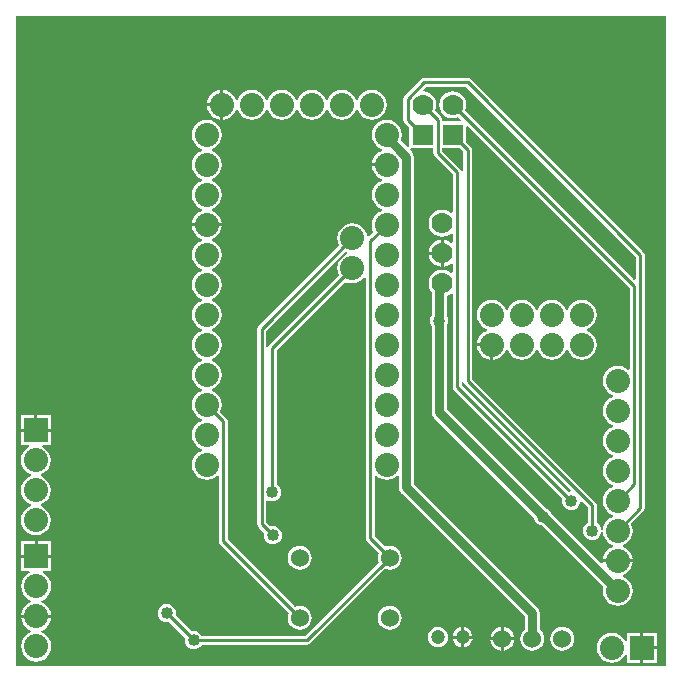
<source format=gbl>
G04 Layer_Physical_Order=2*
G04 Layer_Color=16711680*
%FSLAX25Y25*%
%MOIN*%
G70*
G01*
G75*
%ADD13C,0.03000*%
%ADD14C,0.01000*%
%ADD15C,0.07000*%
%ADD16R,0.07000X0.07000*%
%ADD17C,0.08000*%
%ADD18R,0.08000X0.08000*%
%ADD19R,0.08000X0.08000*%
%ADD20C,0.06000*%
%ADD21C,0.04724*%
%ADD22C,0.04000*%
G36*
X216535Y0D02*
X0D01*
Y216535D01*
X216535D01*
Y0D01*
D02*
G37*
%LPC*%
G36*
X118500Y192043D02*
X117195Y191871D01*
X115978Y191367D01*
X114934Y190566D01*
X114132Y189522D01*
X113771Y188648D01*
X113229D01*
X112867Y189522D01*
X112066Y190566D01*
X111022Y191367D01*
X109805Y191871D01*
X108500Y192043D01*
X107195Y191871D01*
X105978Y191367D01*
X104934Y190566D01*
X104132Y189522D01*
X103771Y188648D01*
X103229D01*
X102867Y189522D01*
X102066Y190566D01*
X101022Y191367D01*
X99805Y191871D01*
X98500Y192043D01*
X97195Y191871D01*
X95978Y191367D01*
X94934Y190566D01*
X94133Y189522D01*
X93771Y188648D01*
X93229D01*
X92867Y189522D01*
X92066Y190566D01*
X91022Y191367D01*
X89805Y191871D01*
X88500Y192043D01*
X87195Y191871D01*
X85978Y191367D01*
X84934Y190566D01*
X84132Y189522D01*
X83771Y188648D01*
X83229D01*
X82867Y189522D01*
X82066Y190566D01*
X81022Y191367D01*
X79805Y191871D01*
X78500Y192043D01*
X77195Y191871D01*
X75978Y191367D01*
X74934Y190566D01*
X74133Y189522D01*
X73771Y188648D01*
X73229D01*
X72868Y189522D01*
X72066Y190566D01*
X71022Y191367D01*
X69805Y191871D01*
X69000Y191977D01*
Y187000D01*
Y182023D01*
X69805Y182129D01*
X71022Y182633D01*
X72066Y183434D01*
X72868Y184478D01*
X73229Y185352D01*
X73771D01*
X74133Y184478D01*
X74934Y183434D01*
X75978Y182633D01*
X77195Y182129D01*
X78500Y181957D01*
X79805Y182129D01*
X81022Y182633D01*
X82066Y183434D01*
X82867Y184478D01*
X83229Y185352D01*
X83771D01*
X84132Y184478D01*
X84934Y183434D01*
X85978Y182633D01*
X87195Y182129D01*
X88500Y181957D01*
X89805Y182129D01*
X91022Y182633D01*
X92066Y183434D01*
X92867Y184478D01*
X93229Y185352D01*
X93771D01*
X94133Y184478D01*
X94934Y183434D01*
X95978Y182633D01*
X97195Y182129D01*
X98500Y181957D01*
X99805Y182129D01*
X101022Y182633D01*
X102066Y183434D01*
X102867Y184478D01*
X103229Y185352D01*
X103771D01*
X104132Y184478D01*
X104934Y183434D01*
X105978Y182633D01*
X107195Y182129D01*
X108500Y181957D01*
X109805Y182129D01*
X111022Y182633D01*
X112066Y183434D01*
X112867Y184478D01*
X113229Y185352D01*
X113771D01*
X114132Y184478D01*
X114934Y183434D01*
X115978Y182633D01*
X117195Y182129D01*
X118500Y181957D01*
X119805Y182129D01*
X121022Y182633D01*
X122066Y183434D01*
X122868Y184478D01*
X123371Y185695D01*
X123543Y187000D01*
X123371Y188305D01*
X122868Y189522D01*
X122066Y190566D01*
X121022Y191367D01*
X119805Y191871D01*
X118500Y192043D01*
D02*
G37*
G36*
X68000Y191977D02*
X67195Y191871D01*
X65978Y191367D01*
X64934Y190566D01*
X64132Y189522D01*
X63629Y188305D01*
X63523Y187500D01*
X68000D01*
Y191977D01*
D02*
G37*
G36*
Y186500D02*
X63523D01*
X63629Y185695D01*
X64132Y184478D01*
X64934Y183434D01*
X65978Y182633D01*
X67195Y182129D01*
X68000Y182023D01*
Y186500D01*
D02*
G37*
G36*
X150500Y196029D02*
X135929D01*
X135344Y195913D01*
X134847Y195581D01*
X129419Y190153D01*
X129087Y189656D01*
X128971Y189071D01*
Y182000D01*
X129087Y181415D01*
X129419Y180919D01*
X131000Y179337D01*
Y179077D01*
X130971Y178929D01*
X130971Y178929D01*
Y176000D01*
X131000Y175852D01*
Y173004D01*
X130500Y172797D01*
X128146Y175151D01*
X128371Y175695D01*
X128543Y177000D01*
X128371Y178305D01*
X127867Y179522D01*
X127066Y180566D01*
X126022Y181368D01*
X124805Y181871D01*
X123500Y182043D01*
X122195Y181871D01*
X120978Y181368D01*
X119934Y180566D01*
X119132Y179522D01*
X118629Y178305D01*
X118457Y177000D01*
X118629Y175695D01*
X119132Y174478D01*
X119934Y173434D01*
X120978Y172633D01*
X121852Y172271D01*
Y171729D01*
X120978Y171368D01*
X119934Y170566D01*
X119132Y169522D01*
X118629Y168305D01*
X118523Y167500D01*
X123500D01*
Y166500D01*
X118523D01*
X118629Y165695D01*
X119132Y164478D01*
X119934Y163434D01*
X120978Y162633D01*
X121852Y162271D01*
Y161729D01*
X120978Y161367D01*
X119934Y160566D01*
X119132Y159522D01*
X118629Y158305D01*
X118457Y157000D01*
X118629Y155695D01*
X119132Y154478D01*
X119934Y153434D01*
X120978Y152632D01*
X121852Y152271D01*
Y151729D01*
X120978Y151367D01*
X119934Y150566D01*
X119132Y149522D01*
X118629Y148305D01*
X118457Y147000D01*
X118629Y145695D01*
X119040Y144703D01*
X117419Y143082D01*
X116945Y143243D01*
X116871Y143805D01*
X116367Y145022D01*
X115566Y146066D01*
X114522Y146868D01*
X113305Y147371D01*
X112000Y147543D01*
X110695Y147371D01*
X109478Y146868D01*
X108434Y146066D01*
X107633Y145022D01*
X107129Y143805D01*
X106957Y142500D01*
X107129Y141195D01*
X107540Y140203D01*
X80757Y113420D01*
X80426Y112924D01*
X80309Y112339D01*
Y47161D01*
X80426Y46576D01*
X80757Y46080D01*
X82574Y44263D01*
X82474Y43500D01*
X82577Y42717D01*
X82880Y41987D01*
X83360Y41360D01*
X83987Y40879D01*
X84717Y40577D01*
X85500Y40474D01*
X86283Y40577D01*
X87013Y40879D01*
X87640Y41360D01*
X88121Y41987D01*
X88423Y42717D01*
X88526Y43500D01*
X88423Y44283D01*
X88121Y45013D01*
X87640Y45640D01*
X87013Y46121D01*
X86283Y46423D01*
X85500Y46526D01*
X84737Y46426D01*
X83368Y47795D01*
Y55004D01*
X83503Y55070D01*
X83868Y55200D01*
X84555Y54916D01*
X85339Y54813D01*
X86122Y54916D01*
X86852Y55218D01*
X87478Y55699D01*
X87959Y56326D01*
X88261Y57055D01*
X88364Y57839D01*
X88261Y58622D01*
X87959Y59351D01*
X87478Y59978D01*
X86868Y60447D01*
Y105205D01*
X109703Y128040D01*
X110695Y127629D01*
X112000Y127457D01*
X113305Y127629D01*
X114522Y128132D01*
X115566Y128934D01*
X115971Y129461D01*
X116471Y129291D01*
Y42500D01*
X116587Y41915D01*
X116919Y41419D01*
X120805Y37532D01*
X120603Y37044D01*
X120466Y36000D01*
X120603Y34956D01*
X120805Y34468D01*
X96367Y10029D01*
X61808D01*
X61340Y10640D01*
X60713Y11120D01*
X59983Y11423D01*
X59200Y11526D01*
X58437Y11426D01*
X53126Y16737D01*
X53226Y17500D01*
X53123Y18283D01*
X52820Y19013D01*
X52340Y19640D01*
X51713Y20121D01*
X50983Y20423D01*
X50200Y20526D01*
X49417Y20423D01*
X48687Y20121D01*
X48060Y19640D01*
X47580Y19013D01*
X47277Y18283D01*
X47174Y17500D01*
X47277Y16717D01*
X47580Y15987D01*
X48060Y15360D01*
X48687Y14879D01*
X49417Y14577D01*
X50200Y14474D01*
X50963Y14574D01*
X56275Y9263D01*
X56174Y8500D01*
X56277Y7717D01*
X56580Y6987D01*
X57060Y6360D01*
X57687Y5880D01*
X58417Y5577D01*
X59200Y5474D01*
X59983Y5577D01*
X60713Y5880D01*
X61340Y6360D01*
X61808Y6971D01*
X97000D01*
X97585Y7087D01*
X98081Y7419D01*
X122968Y32305D01*
X123456Y32103D01*
X124500Y31966D01*
X125544Y32103D01*
X126517Y32506D01*
X127353Y33147D01*
X127994Y33983D01*
X128397Y34956D01*
X128534Y36000D01*
X128397Y37044D01*
X127994Y38017D01*
X127353Y38853D01*
X126517Y39494D01*
X125544Y39897D01*
X124500Y40034D01*
X123456Y39897D01*
X122968Y39695D01*
X119529Y43134D01*
Y63211D01*
X120029Y63361D01*
X120978Y62633D01*
X122195Y62129D01*
X123500Y61957D01*
X124805Y62129D01*
X126022Y62633D01*
X126951Y63346D01*
X127451Y63177D01*
Y59500D01*
X127645Y58525D01*
X128198Y57698D01*
X169451Y16444D01*
Y12086D01*
X169147Y11853D01*
X168506Y11017D01*
X168103Y10044D01*
X167965Y9000D01*
X168103Y7956D01*
X168506Y6983D01*
X169147Y6147D01*
X169983Y5506D01*
X170956Y5103D01*
X172000Y4966D01*
X173044Y5103D01*
X174017Y5506D01*
X174853Y6147D01*
X175494Y6983D01*
X175897Y7956D01*
X176034Y9000D01*
X175897Y10044D01*
X175494Y11017D01*
X174853Y11853D01*
X174549Y12086D01*
Y17500D01*
X174355Y18475D01*
X173802Y19302D01*
X132549Y60556D01*
Y169692D01*
X132355Y170668D01*
X131802Y171495D01*
X131297Y172000D01*
X131504Y172500D01*
X138971D01*
Y171000D01*
X139087Y170415D01*
X139419Y169919D01*
X145471Y163866D01*
Y151139D01*
X144971Y150893D01*
X144269Y151431D01*
X143175Y151884D01*
X142000Y152039D01*
X140825Y151884D01*
X139731Y151431D01*
X138791Y150709D01*
X138069Y149769D01*
X137616Y148675D01*
X137461Y147500D01*
X137616Y146325D01*
X138069Y145231D01*
X138791Y144291D01*
X139731Y143569D01*
X140825Y143116D01*
X142000Y142961D01*
X143175Y143116D01*
X144269Y143569D01*
X144971Y144107D01*
X145471Y143861D01*
Y141139D01*
X144971Y140893D01*
X144269Y141431D01*
X143175Y141884D01*
X142500Y141973D01*
Y137500D01*
Y133027D01*
X143175Y133116D01*
X144269Y133569D01*
X144971Y134107D01*
X145471Y133861D01*
Y131139D01*
X144971Y130893D01*
X144269Y131431D01*
X143175Y131884D01*
X142000Y132039D01*
X140825Y131884D01*
X139731Y131431D01*
X138791Y130709D01*
X138069Y129769D01*
X137616Y128675D01*
X137461Y127500D01*
X137616Y126325D01*
X138069Y125231D01*
X138451Y124733D01*
Y116606D01*
X138380Y116513D01*
X138077Y115783D01*
X137974Y115000D01*
X138077Y114217D01*
X138380Y113487D01*
X138451Y113394D01*
Y84500D01*
X138645Y83525D01*
X139198Y82698D01*
X172524Y49371D01*
X172577Y48967D01*
X172880Y48237D01*
X173360Y47610D01*
X173987Y47129D01*
X174717Y46827D01*
X175121Y46774D01*
X195624Y26271D01*
X195457Y25000D01*
X195629Y23695D01*
X196133Y22478D01*
X196934Y21434D01*
X197978Y20632D01*
X199195Y20129D01*
X200500Y19957D01*
X201805Y20129D01*
X203022Y20632D01*
X204066Y21434D01*
X204868Y22478D01*
X205371Y23695D01*
X205543Y25000D01*
X205371Y26305D01*
X204868Y27522D01*
X204066Y28566D01*
X203022Y29368D01*
X202148Y29729D01*
Y30271D01*
X203022Y30632D01*
X204066Y31434D01*
X204868Y32478D01*
X205371Y33695D01*
X205477Y34500D01*
X200500D01*
X195523D01*
X195555Y34257D01*
X195081Y34024D01*
X178317Y50787D01*
X178121Y51263D01*
X177640Y51890D01*
X177013Y52371D01*
X176537Y52567D01*
X143549Y85556D01*
Y113394D01*
X143621Y113487D01*
X143923Y114217D01*
X144026Y115000D01*
X143923Y115783D01*
X143621Y116513D01*
X143549Y116606D01*
Y123271D01*
X144269Y123569D01*
X144971Y124107D01*
X145471Y123861D01*
Y93000D01*
X145587Y92415D01*
X145919Y91919D01*
X182074Y55763D01*
X181974Y55000D01*
X182077Y54217D01*
X182379Y53487D01*
X182860Y52860D01*
X183487Y52380D01*
X184217Y52077D01*
X185000Y51974D01*
X185783Y52077D01*
X186513Y52380D01*
X187140Y52860D01*
X187620Y53487D01*
X187923Y54217D01*
X187980Y54650D01*
X188508Y54829D01*
X190471Y52867D01*
Y47608D01*
X189860Y47140D01*
X189380Y46513D01*
X189077Y45783D01*
X188974Y45000D01*
X189077Y44217D01*
X189380Y43487D01*
X189860Y42860D01*
X190487Y42380D01*
X191217Y42077D01*
X192000Y41974D01*
X192783Y42077D01*
X193513Y42380D01*
X194140Y42860D01*
X194621Y43487D01*
X194923Y44217D01*
X194989Y44721D01*
X195493D01*
X195629Y43695D01*
X196133Y42478D01*
X196934Y41434D01*
X197978Y40633D01*
X198852Y40271D01*
Y39729D01*
X197978Y39367D01*
X196934Y38566D01*
X196133Y37522D01*
X195629Y36305D01*
X195523Y35500D01*
X200500D01*
X205477D01*
X205371Y36305D01*
X204868Y37522D01*
X204066Y38566D01*
X203022Y39367D01*
X202148Y39729D01*
Y40271D01*
X203022Y40633D01*
X204066Y41434D01*
X204868Y42478D01*
X205371Y43695D01*
X205543Y45000D01*
X205371Y46305D01*
X204960Y47297D01*
X209081Y51419D01*
X209413Y51915D01*
X209529Y52500D01*
Y137000D01*
X209413Y137585D01*
X209081Y138081D01*
X151581Y195581D01*
X151085Y195913D01*
X150500Y196029D01*
D02*
G37*
G36*
X63500Y182043D02*
X62195Y181871D01*
X60978Y181368D01*
X59934Y180566D01*
X59132Y179522D01*
X58629Y178305D01*
X58457Y177000D01*
X58629Y175695D01*
X59132Y174478D01*
X59934Y173434D01*
X60978Y172633D01*
X61852Y172271D01*
Y171729D01*
X60978Y171368D01*
X59934Y170566D01*
X59132Y169522D01*
X58629Y168305D01*
X58457Y167000D01*
X58629Y165695D01*
X59132Y164478D01*
X59934Y163434D01*
X60978Y162633D01*
X61852Y162271D01*
Y161729D01*
X60978Y161367D01*
X59934Y160566D01*
X59132Y159522D01*
X58629Y158305D01*
X58457Y157000D01*
X58629Y155695D01*
X59132Y154478D01*
X59934Y153434D01*
X60978Y152632D01*
X61852Y152271D01*
Y151729D01*
X60978Y151367D01*
X59934Y150566D01*
X59132Y149522D01*
X58629Y148305D01*
X58523Y147500D01*
X68477D01*
X68371Y148305D01*
X67867Y149522D01*
X67066Y150566D01*
X66022Y151367D01*
X65148Y151729D01*
Y152271D01*
X66022Y152632D01*
X67066Y153434D01*
X67867Y154478D01*
X68371Y155695D01*
X68543Y157000D01*
X68371Y158305D01*
X67867Y159522D01*
X67066Y160566D01*
X66022Y161367D01*
X65148Y161729D01*
Y162271D01*
X66022Y162633D01*
X67066Y163434D01*
X67867Y164478D01*
X68371Y165695D01*
X68543Y167000D01*
X68371Y168305D01*
X67867Y169522D01*
X67066Y170566D01*
X66022Y171368D01*
X65148Y171729D01*
Y172271D01*
X66022Y172633D01*
X67066Y173434D01*
X67867Y174478D01*
X68371Y175695D01*
X68543Y177000D01*
X68371Y178305D01*
X67867Y179522D01*
X67066Y180566D01*
X66022Y181368D01*
X64805Y181871D01*
X63500Y182043D01*
D02*
G37*
G36*
X141500Y141973D02*
X140825Y141884D01*
X139731Y141431D01*
X138791Y140709D01*
X138069Y139769D01*
X137616Y138675D01*
X137527Y138000D01*
X141500D01*
Y141973D01*
D02*
G37*
G36*
Y137000D02*
X137527D01*
X137616Y136325D01*
X138069Y135231D01*
X138791Y134291D01*
X139731Y133569D01*
X140825Y133116D01*
X141500Y133027D01*
Y137000D01*
D02*
G37*
G36*
X11500Y83500D02*
X7000D01*
Y79000D01*
X11500D01*
Y83500D01*
D02*
G37*
G36*
X6000D02*
X1500D01*
Y79000D01*
X6000D01*
Y83500D01*
D02*
G37*
G36*
X11500Y78000D02*
X1500D01*
Y73500D01*
X4199D01*
X4298Y73000D01*
X3978Y72868D01*
X2934Y72066D01*
X2132Y71022D01*
X1629Y69805D01*
X1457Y68500D01*
X1629Y67195D01*
X2132Y65978D01*
X2934Y64934D01*
X3978Y64132D01*
X4852Y63771D01*
Y63229D01*
X3979Y62867D01*
X2934Y62066D01*
X2132Y61022D01*
X1629Y59805D01*
X1457Y58500D01*
X1629Y57195D01*
X2132Y55978D01*
X2934Y54934D01*
X3979Y54132D01*
X4852Y53771D01*
Y53229D01*
X3979Y52868D01*
X2934Y52066D01*
X2133Y51022D01*
X1629Y49805D01*
X1457Y48500D01*
X1629Y47195D01*
X2133Y45978D01*
X2934Y44934D01*
X3979Y44133D01*
X5195Y43629D01*
X6500Y43457D01*
X7805Y43629D01*
X9022Y44133D01*
X10066Y44934D01*
X10868Y45978D01*
X11371Y47195D01*
X11543Y48500D01*
X11371Y49805D01*
X10868Y51022D01*
X10066Y52066D01*
X9022Y52868D01*
X8148Y53229D01*
Y53771D01*
X9022Y54132D01*
X10066Y54934D01*
X10868Y55978D01*
X11371Y57195D01*
X11543Y58500D01*
X11371Y59805D01*
X10868Y61022D01*
X10066Y62066D01*
X9022Y62867D01*
X8148Y63229D01*
Y63771D01*
X9022Y64132D01*
X10066Y64934D01*
X10868Y65978D01*
X11371Y67195D01*
X11543Y68500D01*
X11371Y69805D01*
X10868Y71022D01*
X10066Y72066D01*
X9022Y72868D01*
X8702Y73000D01*
X8801Y73500D01*
X11500D01*
Y78000D01*
D02*
G37*
G36*
X11650Y41450D02*
X7150D01*
Y36950D01*
X11650D01*
Y41450D01*
D02*
G37*
G36*
X6150D02*
X1650D01*
Y36950D01*
X6150D01*
Y41450D01*
D02*
G37*
G36*
X94500Y40034D02*
X93456Y39897D01*
X92483Y39494D01*
X91647Y38853D01*
X91006Y38017D01*
X90603Y37044D01*
X90465Y36000D01*
X90603Y34956D01*
X91006Y33983D01*
X91647Y33147D01*
X92483Y32506D01*
X93456Y32103D01*
X94500Y31966D01*
X95544Y32103D01*
X96517Y32506D01*
X97353Y33147D01*
X97994Y33983D01*
X98397Y34956D01*
X98535Y36000D01*
X98397Y37044D01*
X97994Y38017D01*
X97353Y38853D01*
X96517Y39494D01*
X95544Y39897D01*
X94500Y40034D01*
D02*
G37*
G36*
X11650Y35950D02*
X1650D01*
Y31450D01*
X4349D01*
X4448Y30950D01*
X4129Y30817D01*
X3084Y30016D01*
X2283Y28972D01*
X1779Y27755D01*
X1607Y26450D01*
X1779Y25145D01*
X2283Y23928D01*
X3084Y22884D01*
X4129Y22083D01*
X5002Y21721D01*
Y21179D01*
X4129Y20818D01*
X3084Y20016D01*
X2283Y18972D01*
X1779Y17755D01*
X1673Y16950D01*
X11627D01*
X11521Y17755D01*
X11018Y18972D01*
X10216Y20016D01*
X9172Y20818D01*
X8298Y21179D01*
Y21721D01*
X9172Y22083D01*
X10216Y22884D01*
X11017Y23928D01*
X11521Y25145D01*
X11693Y26450D01*
X11521Y27755D01*
X11017Y28972D01*
X10216Y30016D01*
X9172Y30817D01*
X8852Y30950D01*
X8951Y31450D01*
X11650D01*
Y35950D01*
D02*
G37*
G36*
X124500Y20034D02*
X123456Y19897D01*
X122483Y19494D01*
X121647Y18853D01*
X121006Y18017D01*
X120603Y17044D01*
X120466Y16000D01*
X120603Y14956D01*
X121006Y13983D01*
X121647Y13147D01*
X122483Y12506D01*
X123456Y12103D01*
X124500Y11965D01*
X125544Y12103D01*
X126517Y12506D01*
X127353Y13147D01*
X127994Y13983D01*
X128397Y14956D01*
X128534Y16000D01*
X128397Y17044D01*
X127994Y18017D01*
X127353Y18853D01*
X126517Y19494D01*
X125544Y19897D01*
X124500Y20034D01*
D02*
G37*
G36*
X68477Y146500D02*
X58523D01*
X58629Y145695D01*
X59132Y144478D01*
X59934Y143434D01*
X60978Y142632D01*
X61852Y142271D01*
Y141729D01*
X60978Y141367D01*
X59934Y140566D01*
X59132Y139522D01*
X58629Y138305D01*
X58457Y137000D01*
X58629Y135695D01*
X59132Y134478D01*
X59934Y133434D01*
X60978Y132633D01*
X61852Y132271D01*
Y131729D01*
X60978Y131368D01*
X59934Y130566D01*
X59132Y129522D01*
X58629Y128305D01*
X58457Y127000D01*
X58629Y125695D01*
X59132Y124478D01*
X59934Y123434D01*
X60978Y122633D01*
X61852Y122271D01*
Y121729D01*
X60978Y121368D01*
X59934Y120566D01*
X59132Y119522D01*
X58629Y118305D01*
X58457Y117000D01*
X58629Y115695D01*
X59132Y114478D01*
X59934Y113434D01*
X60978Y112633D01*
X61852Y112271D01*
Y111729D01*
X60978Y111367D01*
X59934Y110566D01*
X59132Y109522D01*
X58629Y108305D01*
X58457Y107000D01*
X58629Y105695D01*
X59132Y104478D01*
X59934Y103434D01*
X60978Y102632D01*
X61852Y102271D01*
Y101729D01*
X60978Y101367D01*
X59934Y100566D01*
X59132Y99522D01*
X58629Y98305D01*
X58457Y97000D01*
X58629Y95695D01*
X59132Y94478D01*
X59934Y93434D01*
X60978Y92633D01*
X61852Y92271D01*
Y91729D01*
X60978Y91368D01*
X59934Y90566D01*
X59132Y89522D01*
X58629Y88305D01*
X58457Y87000D01*
X58629Y85695D01*
X59132Y84478D01*
X59934Y83434D01*
X60978Y82632D01*
X61852Y82271D01*
Y81729D01*
X60978Y81367D01*
X59934Y80566D01*
X59132Y79522D01*
X58629Y78305D01*
X58457Y77000D01*
X58629Y75695D01*
X59132Y74478D01*
X59934Y73434D01*
X60978Y72632D01*
X61852Y72271D01*
Y71729D01*
X60978Y71368D01*
X59934Y70566D01*
X59132Y69522D01*
X58629Y68305D01*
X58457Y67000D01*
X58629Y65695D01*
X59132Y64478D01*
X59934Y63434D01*
X60978Y62633D01*
X62195Y62129D01*
X63500Y61957D01*
X64805Y62129D01*
X66022Y62633D01*
X66971Y63361D01*
X67471Y63211D01*
Y41500D01*
X67587Y40915D01*
X67919Y40419D01*
X90805Y17532D01*
X90603Y17044D01*
X90465Y16000D01*
X90603Y14956D01*
X91006Y13983D01*
X91647Y13147D01*
X92483Y12506D01*
X93456Y12103D01*
X94500Y11965D01*
X95544Y12103D01*
X96517Y12506D01*
X97353Y13147D01*
X97994Y13983D01*
X98397Y14956D01*
X98535Y16000D01*
X98397Y17044D01*
X97994Y18017D01*
X97353Y18853D01*
X96517Y19494D01*
X95544Y19897D01*
X94500Y20034D01*
X93456Y19897D01*
X92968Y19695D01*
X70529Y42134D01*
Y81500D01*
X70413Y82085D01*
X70081Y82581D01*
X67960Y84703D01*
X68371Y85695D01*
X68543Y87000D01*
X68371Y88305D01*
X67867Y89522D01*
X67066Y90566D01*
X66022Y91368D01*
X65148Y91729D01*
Y92271D01*
X66022Y92633D01*
X67066Y93434D01*
X67867Y94478D01*
X68371Y95695D01*
X68543Y97000D01*
X68371Y98305D01*
X67867Y99522D01*
X67066Y100566D01*
X66022Y101367D01*
X65148Y101729D01*
Y102271D01*
X66022Y102632D01*
X67066Y103434D01*
X67867Y104478D01*
X68371Y105695D01*
X68543Y107000D01*
X68371Y108305D01*
X67867Y109522D01*
X67066Y110566D01*
X66022Y111367D01*
X65148Y111729D01*
Y112271D01*
X66022Y112633D01*
X67066Y113434D01*
X67867Y114478D01*
X68371Y115695D01*
X68543Y117000D01*
X68371Y118305D01*
X67867Y119522D01*
X67066Y120566D01*
X66022Y121368D01*
X65148Y121729D01*
Y122271D01*
X66022Y122633D01*
X67066Y123434D01*
X67867Y124478D01*
X68371Y125695D01*
X68543Y127000D01*
X68371Y128305D01*
X67867Y129522D01*
X67066Y130566D01*
X66022Y131368D01*
X65148Y131729D01*
Y132271D01*
X66022Y132633D01*
X67066Y133434D01*
X67867Y134478D01*
X68371Y135695D01*
X68543Y137000D01*
X68371Y138305D01*
X67867Y139522D01*
X67066Y140566D01*
X66022Y141367D01*
X65148Y141729D01*
Y142271D01*
X66022Y142632D01*
X67066Y143434D01*
X67867Y144478D01*
X68371Y145695D01*
X68477Y146500D01*
D02*
G37*
G36*
X149268Y12825D02*
Y10000D01*
X152093D01*
X152043Y10378D01*
X151705Y11196D01*
X151166Y11898D01*
X150463Y12437D01*
X149645Y12776D01*
X149268Y12825D01*
D02*
G37*
G36*
X148268D02*
X147890Y12776D01*
X147072Y12437D01*
X146370Y11898D01*
X145831Y11196D01*
X145492Y10378D01*
X145442Y10000D01*
X148268D01*
Y12825D01*
D02*
G37*
G36*
X162500Y12969D02*
Y9500D01*
X165969D01*
X165897Y10044D01*
X165494Y11017D01*
X164853Y11853D01*
X164017Y12494D01*
X163044Y12897D01*
X162500Y12969D01*
D02*
G37*
G36*
X161500D02*
X160956Y12897D01*
X159983Y12494D01*
X159147Y11853D01*
X158506Y11017D01*
X158103Y10044D01*
X158031Y9500D01*
X161500D01*
Y12969D01*
D02*
G37*
G36*
X213500Y11000D02*
X209000D01*
Y6500D01*
X213500D01*
Y11000D01*
D02*
G37*
G36*
X152093Y9000D02*
X149268D01*
Y6175D01*
X149645Y6224D01*
X150463Y6563D01*
X151166Y7102D01*
X151705Y7804D01*
X152043Y8622D01*
X152093Y9000D01*
D02*
G37*
G36*
X148268D02*
X145442D01*
X145492Y8622D01*
X145831Y7804D01*
X146370Y7102D01*
X147072Y6563D01*
X147890Y6224D01*
X148268Y6175D01*
Y9000D01*
D02*
G37*
G36*
X140500Y12891D02*
X139622Y12776D01*
X138804Y12437D01*
X138102Y11898D01*
X137563Y11196D01*
X137224Y10378D01*
X137109Y9500D01*
X137224Y8622D01*
X137563Y7804D01*
X138102Y7102D01*
X138804Y6563D01*
X139622Y6224D01*
X140500Y6109D01*
X141378Y6224D01*
X142196Y6563D01*
X142898Y7102D01*
X143437Y7804D01*
X143776Y8622D01*
X143891Y9500D01*
X143776Y10378D01*
X143437Y11196D01*
X142898Y11898D01*
X142196Y12437D01*
X141378Y12776D01*
X140500Y12891D01*
D02*
G37*
G36*
X165969Y8500D02*
X162500D01*
Y5031D01*
X163044Y5103D01*
X164017Y5506D01*
X164853Y6147D01*
X165494Y6983D01*
X165897Y7956D01*
X165969Y8500D01*
D02*
G37*
G36*
X161500D02*
X158031D01*
X158103Y7956D01*
X158506Y6983D01*
X159147Y6147D01*
X159983Y5506D01*
X160956Y5103D01*
X161500Y5031D01*
Y8500D01*
D02*
G37*
G36*
X182000Y13035D02*
X180956Y12897D01*
X179983Y12494D01*
X179147Y11853D01*
X178506Y11017D01*
X178103Y10044D01*
X177965Y9000D01*
X178103Y7956D01*
X178506Y6983D01*
X179147Y6147D01*
X179983Y5506D01*
X180956Y5103D01*
X182000Y4966D01*
X183044Y5103D01*
X184017Y5506D01*
X184853Y6147D01*
X185494Y6983D01*
X185897Y7956D01*
X186035Y9000D01*
X185897Y10044D01*
X185494Y11017D01*
X184853Y11853D01*
X184017Y12494D01*
X183044Y12897D01*
X182000Y13035D01*
D02*
G37*
G36*
X11627Y15950D02*
X1673D01*
X1779Y15145D01*
X2283Y13928D01*
X3084Y12884D01*
X4129Y12083D01*
X5002Y11721D01*
Y11179D01*
X4129Y10818D01*
X3084Y10016D01*
X2283Y8972D01*
X1779Y7755D01*
X1607Y6450D01*
X1779Y5145D01*
X2283Y3928D01*
X3084Y2884D01*
X4129Y2083D01*
X5345Y1579D01*
X6650Y1407D01*
X7955Y1579D01*
X9172Y2083D01*
X10216Y2884D01*
X11018Y3928D01*
X11521Y5145D01*
X11693Y6450D01*
X11521Y7755D01*
X11018Y8972D01*
X10216Y10016D01*
X9172Y10818D01*
X8298Y11179D01*
Y11721D01*
X9172Y12083D01*
X10216Y12884D01*
X11018Y13928D01*
X11521Y15145D01*
X11627Y15950D01*
D02*
G37*
G36*
X213500Y5500D02*
X209000D01*
Y1000D01*
X213500D01*
Y5500D01*
D02*
G37*
G36*
X198500Y11043D02*
X197195Y10871D01*
X195978Y10368D01*
X194934Y9566D01*
X194132Y8522D01*
X193629Y7305D01*
X193457Y6000D01*
X193629Y4695D01*
X194132Y3478D01*
X194934Y2434D01*
X195978Y1633D01*
X197195Y1129D01*
X198500Y957D01*
X199805Y1129D01*
X201022Y1633D01*
X202066Y2434D01*
X202868Y3478D01*
X203000Y3798D01*
X203500Y3699D01*
Y1000D01*
X208000D01*
Y6000D01*
Y11000D01*
X203500D01*
Y8301D01*
X203000Y8202D01*
X202868Y8522D01*
X202066Y9566D01*
X201022Y10368D01*
X199805Y10871D01*
X198500Y11043D01*
D02*
G37*
%LPD*%
G36*
X148971Y171367D02*
Y164845D01*
X148471Y164795D01*
X148413Y165085D01*
X148081Y165581D01*
X142029Y171634D01*
Y172500D01*
X147837D01*
X148971Y171367D01*
D02*
G37*
G36*
X206471Y136366D02*
Y128846D01*
X206009Y128654D01*
X149578Y185085D01*
X149884Y185825D01*
X150039Y187000D01*
X149884Y188175D01*
X149431Y189269D01*
X148709Y190209D01*
X147769Y190931D01*
X146675Y191384D01*
X145500Y191539D01*
X144325Y191384D01*
X143231Y190931D01*
X142290Y190209D01*
X141569Y189269D01*
X141116Y188175D01*
X140961Y187000D01*
X141116Y185825D01*
X141569Y184731D01*
X142290Y183791D01*
X143231Y183069D01*
X144325Y182616D01*
X145500Y182461D01*
X146675Y182616D01*
X147415Y182922D01*
X148375Y181962D01*
X148184Y181500D01*
X142029D01*
Y182000D01*
X141913Y182585D01*
X141581Y183081D01*
X139578Y185085D01*
X139884Y185825D01*
X140039Y187000D01*
X139884Y188175D01*
X139431Y189269D01*
X138709Y190209D01*
X137769Y190931D01*
X136675Y191384D01*
X135798Y191499D01*
X135619Y192027D01*
X136562Y192971D01*
X149866D01*
X206471Y136366D01*
D02*
G37*
G36*
X110352Y137771D02*
Y137229D01*
X109478Y136867D01*
X108434Y136066D01*
X107633Y135022D01*
X107129Y133805D01*
X106957Y132500D01*
X107129Y131195D01*
X107540Y130202D01*
X84257Y106920D01*
X83926Y106424D01*
X83868Y106134D01*
X83368Y106183D01*
Y111705D01*
X109703Y138040D01*
X110352Y137771D01*
D02*
G37*
G36*
X204471Y125866D02*
Y98789D01*
X203971Y98639D01*
X203022Y99367D01*
X201805Y99871D01*
X200500Y100043D01*
X199195Y99871D01*
X197978Y99367D01*
X196934Y98566D01*
X196133Y97522D01*
X195629Y96305D01*
X195457Y95000D01*
X195629Y93695D01*
X196133Y92478D01*
X196934Y91434D01*
X197978Y90632D01*
X198852Y90271D01*
Y89729D01*
X197978Y89368D01*
X196934Y88566D01*
X196133Y87522D01*
X195629Y86305D01*
X195457Y85000D01*
X195629Y83695D01*
X196133Y82478D01*
X196934Y81434D01*
X197978Y80633D01*
X198852Y80271D01*
Y79729D01*
X197978Y79368D01*
X196934Y78566D01*
X196133Y77522D01*
X195629Y76305D01*
X195457Y75000D01*
X195629Y73695D01*
X196133Y72478D01*
X196934Y71434D01*
X197978Y70632D01*
X198852Y70271D01*
Y69729D01*
X197978Y69367D01*
X196934Y68566D01*
X196133Y67522D01*
X195629Y66305D01*
X195457Y65000D01*
X195629Y63695D01*
X196133Y62478D01*
X196934Y61434D01*
X197978Y60632D01*
X198852Y60271D01*
Y59729D01*
X197978Y59368D01*
X196934Y58566D01*
X196133Y57522D01*
X195629Y56305D01*
X195457Y55000D01*
X195629Y53695D01*
X196133Y52478D01*
X196934Y51434D01*
X197978Y50633D01*
X198852Y50271D01*
Y49729D01*
X197978Y49367D01*
X196934Y48566D01*
X196133Y47522D01*
X195629Y46305D01*
X195493Y45279D01*
X194989D01*
X194923Y45783D01*
X194621Y46513D01*
X194140Y47140D01*
X193529Y47608D01*
Y53500D01*
X193413Y54085D01*
X193081Y54581D01*
X152029Y95634D01*
Y172000D01*
X151913Y172585D01*
X151581Y173081D01*
X150000Y174663D01*
Y179684D01*
X150462Y179875D01*
X204471Y125866D01*
D02*
G37*
G36*
X149087Y94415D02*
X149419Y93919D01*
X184829Y58508D01*
X184679Y58066D01*
X184187Y57975D01*
X148529Y93634D01*
Y94655D01*
X149029Y94705D01*
X149087Y94415D01*
D02*
G37*
%LPC*%
G36*
X188500Y122043D02*
X187195Y121871D01*
X185978Y121368D01*
X184934Y120566D01*
X184133Y119522D01*
X183771Y118648D01*
X183229D01*
X182868Y119522D01*
X182066Y120566D01*
X181022Y121368D01*
X179805Y121871D01*
X178500Y122043D01*
X177195Y121871D01*
X175978Y121368D01*
X174934Y120566D01*
X174133Y119522D01*
X173771Y118648D01*
X173229D01*
X172868Y119522D01*
X172066Y120566D01*
X171022Y121368D01*
X169805Y121871D01*
X168500Y122043D01*
X167195Y121871D01*
X165978Y121368D01*
X164934Y120566D01*
X164132Y119522D01*
X163771Y118648D01*
X163229D01*
X162867Y119522D01*
X162066Y120566D01*
X161022Y121368D01*
X159805Y121871D01*
X158500Y122043D01*
X157195Y121871D01*
X155978Y121368D01*
X154934Y120566D01*
X154132Y119522D01*
X153629Y118305D01*
X153457Y117000D01*
X153629Y115695D01*
X154132Y114478D01*
X154934Y113434D01*
X155978Y112633D01*
X156852Y112271D01*
Y111729D01*
X155978Y111367D01*
X154934Y110566D01*
X154132Y109522D01*
X153629Y108305D01*
X153523Y107500D01*
X158500D01*
Y107000D01*
X159000D01*
Y102023D01*
X159805Y102129D01*
X161022Y102632D01*
X162066Y103434D01*
X162867Y104478D01*
X163229Y105352D01*
X163771D01*
X164132Y104478D01*
X164934Y103434D01*
X165978Y102632D01*
X167195Y102129D01*
X168500Y101957D01*
X169805Y102129D01*
X171022Y102632D01*
X172066Y103434D01*
X172868Y104478D01*
X173229Y105352D01*
X173771D01*
X174133Y104478D01*
X174934Y103434D01*
X175978Y102632D01*
X177195Y102129D01*
X178500Y101957D01*
X179805Y102129D01*
X181022Y102632D01*
X182066Y103434D01*
X182868Y104478D01*
X183229Y105352D01*
X183771D01*
X184133Y104478D01*
X184934Y103434D01*
X185978Y102632D01*
X187195Y102129D01*
X188500Y101957D01*
X189805Y102129D01*
X191022Y102632D01*
X192066Y103434D01*
X192868Y104478D01*
X193371Y105695D01*
X193543Y107000D01*
X193371Y108305D01*
X192868Y109522D01*
X192066Y110566D01*
X191022Y111367D01*
X190148Y111729D01*
Y112271D01*
X191022Y112633D01*
X192066Y113434D01*
X192868Y114478D01*
X193371Y115695D01*
X193543Y117000D01*
X193371Y118305D01*
X192868Y119522D01*
X192066Y120566D01*
X191022Y121368D01*
X189805Y121871D01*
X188500Y122043D01*
D02*
G37*
G36*
X158000Y106500D02*
X153523D01*
X153629Y105695D01*
X154132Y104478D01*
X154934Y103434D01*
X155978Y102632D01*
X157195Y102129D01*
X158000Y102023D01*
Y106500D01*
D02*
G37*
%LPD*%
D13*
X141000Y84500D02*
Y115000D01*
X172000Y9000D02*
Y17500D01*
X130000Y59500D02*
X172000Y17500D01*
X130000Y59500D02*
Y169692D01*
X123096Y176596D02*
X130000Y169692D01*
X141000Y115000D02*
Y126500D01*
X142000Y127500D01*
X141000Y84500D02*
X200500Y25000D01*
D14*
X132500Y176000D02*
Y178929D01*
X130500Y182000D02*
X135500Y177000D01*
X130500Y182000D02*
Y189071D01*
X135929Y194500D01*
X150500D01*
X147000Y93000D02*
Y164500D01*
Y93000D02*
X185000Y55000D01*
X140500Y171000D02*
X147000Y164500D01*
X150500Y95000D02*
Y172000D01*
Y95000D02*
X192000Y53500D01*
X135500Y187000D02*
X140500Y182000D01*
Y171000D02*
Y182000D01*
X206000Y60500D02*
Y126500D01*
X146000Y186500D02*
X206000Y126500D01*
X146000Y186500D02*
Y187500D01*
X208000Y52500D02*
Y137000D01*
X150500Y194500D02*
X208000Y137000D01*
X145500Y177000D02*
X150500Y172000D01*
X132500Y178929D02*
X132500Y178929D01*
X85339Y105839D02*
X112000Y132500D01*
X85339Y57839D02*
Y105839D01*
X81839Y112339D02*
X112000Y142500D01*
X81839Y47161D02*
Y112339D01*
Y47161D02*
X85500Y43500D01*
X118000Y42500D02*
X124500Y36000D01*
X118000Y42500D02*
Y141500D01*
X123500Y147000D01*
X192000Y45000D02*
Y53500D01*
X200500Y45000D02*
X208000Y52500D01*
X200500Y55000D02*
X206000Y60500D01*
X69000Y41500D02*
X94500Y16000D01*
X69000Y41500D02*
Y81500D01*
X63500Y87000D02*
X69000Y81500D01*
X50200Y17500D02*
X59200Y8500D01*
X97000D01*
X124500Y36000D01*
X123500Y147000D02*
Y148000D01*
D15*
X142000Y127500D02*
D03*
Y137500D02*
D03*
Y147500D02*
D03*
X145500Y187000D02*
D03*
X135500D02*
D03*
D16*
X145500Y177000D02*
D03*
X135500D02*
D03*
D17*
X6500Y58500D02*
D03*
X6500Y68500D02*
D03*
X6500Y48500D02*
D03*
X6650Y6450D02*
D03*
X6650Y26450D02*
D03*
X6650Y16450D02*
D03*
X198500Y6000D02*
D03*
X63500Y177000D02*
D03*
Y167000D02*
D03*
Y157000D02*
D03*
Y147000D02*
D03*
Y137000D02*
D03*
Y127000D02*
D03*
Y117000D02*
D03*
Y107000D02*
D03*
Y97000D02*
D03*
Y87000D02*
D03*
Y77000D02*
D03*
Y67000D02*
D03*
X123500Y177000D02*
D03*
Y167000D02*
D03*
Y157000D02*
D03*
Y147000D02*
D03*
Y137000D02*
D03*
Y127000D02*
D03*
Y117000D02*
D03*
Y107000D02*
D03*
Y97000D02*
D03*
Y87000D02*
D03*
Y77000D02*
D03*
Y67000D02*
D03*
X112000Y142500D02*
D03*
Y132500D02*
D03*
X68500Y187000D02*
D03*
X78500D02*
D03*
X88500D02*
D03*
X98500D02*
D03*
X108500D02*
D03*
X118500D02*
D03*
X158500Y107000D02*
D03*
X168500D02*
D03*
X178500D02*
D03*
X188500D02*
D03*
Y117000D02*
D03*
X178500D02*
D03*
X168500D02*
D03*
X158500D02*
D03*
X200500Y25000D02*
D03*
Y35000D02*
D03*
Y45000D02*
D03*
Y55000D02*
D03*
Y65000D02*
D03*
Y75000D02*
D03*
Y85000D02*
D03*
Y95000D02*
D03*
D18*
X6500Y78500D02*
D03*
X6650Y36450D02*
D03*
D19*
X208500Y6000D02*
D03*
D20*
X124500Y36000D02*
D03*
X94500D02*
D03*
X124500Y16000D02*
D03*
X94500D02*
D03*
X162000Y9000D02*
D03*
X172000D02*
D03*
X182000D02*
D03*
D21*
X148768Y9500D02*
D03*
X140500D02*
D03*
D22*
X85500Y43500D02*
D03*
X85339Y57839D02*
D03*
X185000Y55000D02*
D03*
X192000Y45000D02*
D03*
X50200Y17500D02*
D03*
X59200Y8500D02*
D03*
X69000Y21000D02*
D03*
X141000Y115000D02*
D03*
X108500Y43000D02*
D03*
X175500Y49750D02*
D03*
X135500Y106500D02*
D03*
M02*

</source>
